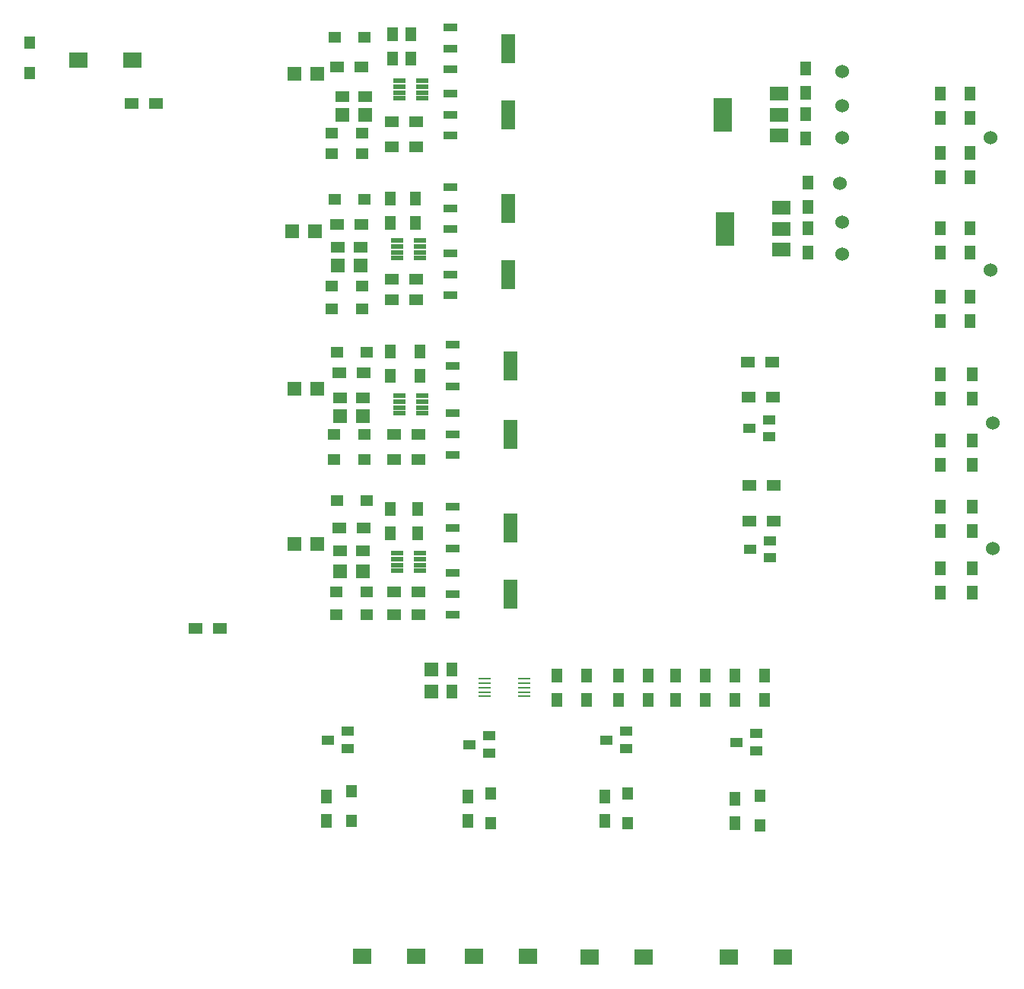
<source format=gbr>
G04 #@! TF.FileFunction,Paste,Top*
%FSLAX46Y46*%
G04 Gerber Fmt 4.6, Leading zero omitted, Abs format (unit mm)*
G04 Created by KiCad (PCBNEW 4.0.7) date 11/06/17 02:09:46*
%MOMM*%
%LPD*%
G01*
G04 APERTURE LIST*
%ADD10C,0.100000*%
%ADD11R,1.500000X1.250000*%
%ADD12R,1.250000X1.500000*%
%ADD13R,1.300000X1.500000*%
%ADD14R,1.350000X1.200000*%
%ADD15R,1.200000X1.350000*%
%ADD16R,2.000000X3.800000*%
%ADD17R,2.000000X1.500000*%
%ADD18R,1.400000X1.000000*%
%ADD19R,1.625600X0.889000*%
%ADD20R,1.625600X3.175000*%
%ADD21R,1.500000X1.300000*%
%ADD22C,1.524000*%
%ADD23R,1.320800X0.508000*%
%ADD24R,1.422400X0.279400*%
%ADD25R,2.000000X1.800000*%
%ADD26R,1.500000X1.500000*%
G04 APERTURE END LIST*
D10*
D11*
X87396000Y-33020000D03*
X89896000Y-33020000D03*
X86888000Y-49784000D03*
X89388000Y-49784000D03*
X87142000Y-66548000D03*
X89642000Y-66548000D03*
X87142000Y-83566000D03*
X89642000Y-83566000D03*
D12*
X99568000Y-99294000D03*
X99568000Y-96794000D03*
D13*
X157226000Y-35386000D03*
X157226000Y-32686000D03*
X157226000Y-50372000D03*
X157226000Y-47672000D03*
X157480000Y-66628000D03*
X157480000Y-63928000D03*
X157480000Y-81360000D03*
X157480000Y-78660000D03*
X157226000Y-41990000D03*
X157226000Y-39290000D03*
X157226000Y-57992000D03*
X157226000Y-55292000D03*
X157480000Y-73994000D03*
X157480000Y-71294000D03*
X157480000Y-88218000D03*
X157480000Y-85518000D03*
D14*
X86184000Y-37084000D03*
X89534000Y-37084000D03*
X86184000Y-54102000D03*
X89534000Y-54102000D03*
X86438000Y-70612000D03*
X89788000Y-70612000D03*
X86692000Y-88138000D03*
X90042000Y-88138000D03*
D15*
X88392000Y-110314000D03*
X88392000Y-113664000D03*
X103886000Y-110568000D03*
X103886000Y-113918000D03*
X119126000Y-110568000D03*
X119126000Y-113918000D03*
X133858000Y-110822000D03*
X133858000Y-114172000D03*
X52578000Y-30402000D03*
X52578000Y-27052000D03*
D14*
X89838000Y-26416000D03*
X86488000Y-26416000D03*
X89838000Y-44450000D03*
X86488000Y-44450000D03*
X90092000Y-61468000D03*
X86742000Y-61468000D03*
X90092000Y-77978000D03*
X86742000Y-77978000D03*
D16*
X129692000Y-35052000D03*
D17*
X135992000Y-35052000D03*
X135992000Y-32752000D03*
X135992000Y-37352000D03*
D16*
X129946000Y-47752000D03*
D17*
X136246000Y-47752000D03*
X136246000Y-45452000D03*
X136246000Y-50052000D03*
D18*
X132631000Y-69977000D03*
X134831000Y-69027000D03*
X134831000Y-70927000D03*
X132758000Y-83439000D03*
X134958000Y-82489000D03*
X134958000Y-84389000D03*
D19*
X99415600Y-32740600D03*
X99415600Y-35052000D03*
X99415600Y-37363400D03*
D20*
X105816400Y-35052000D03*
D19*
X99415600Y-50520600D03*
X99415600Y-52832000D03*
X99415600Y-55143400D03*
D20*
X105816400Y-52832000D03*
D19*
X99415600Y-25374600D03*
X99415600Y-27686000D03*
X99415600Y-29997400D03*
D20*
X105816400Y-27686000D03*
D19*
X99415600Y-43154600D03*
X99415600Y-45466000D03*
X99415600Y-47777400D03*
D20*
X105816400Y-45466000D03*
D19*
X99669600Y-68300600D03*
X99669600Y-70612000D03*
X99669600Y-72923400D03*
D20*
X106070400Y-70612000D03*
D19*
X99669600Y-86080600D03*
X99669600Y-88392000D03*
X99669600Y-90703400D03*
D20*
X106070400Y-88392000D03*
D19*
X99669600Y-60680600D03*
X99669600Y-62992000D03*
X99669600Y-65303400D03*
D20*
X106070400Y-62992000D03*
D19*
X99669600Y-78714600D03*
X99669600Y-81026000D03*
X99669600Y-83337400D03*
D20*
X106070400Y-81026000D03*
D18*
X85768000Y-104648000D03*
X87968000Y-103698000D03*
X87968000Y-105598000D03*
X101516000Y-105156000D03*
X103716000Y-104206000D03*
X103716000Y-106106000D03*
X116756000Y-104648000D03*
X118956000Y-103698000D03*
X118956000Y-105598000D03*
X131234000Y-104902000D03*
X133434000Y-103952000D03*
X133434000Y-105852000D03*
D13*
X153924000Y-32686000D03*
X153924000Y-35386000D03*
X153924000Y-47672000D03*
X153924000Y-50372000D03*
X153924000Y-63928000D03*
X153924000Y-66628000D03*
X153924000Y-78660000D03*
X153924000Y-81360000D03*
X153924000Y-39290000D03*
X153924000Y-41990000D03*
X153924000Y-55292000D03*
X153924000Y-57992000D03*
X153924000Y-71294000D03*
X153924000Y-73994000D03*
X153924000Y-85518000D03*
X153924000Y-88218000D03*
X138938000Y-37672000D03*
X138938000Y-34972000D03*
X138938000Y-29892000D03*
X138938000Y-32592000D03*
X139192000Y-50372000D03*
X139192000Y-47672000D03*
X139192000Y-42592000D03*
X139192000Y-45292000D03*
D21*
X135208000Y-62611000D03*
X132508000Y-62611000D03*
X132571500Y-66459100D03*
X135271500Y-66459100D03*
X135335000Y-76327000D03*
X132635000Y-76327000D03*
X132635000Y-80264000D03*
X135335000Y-80264000D03*
X71040000Y-92202000D03*
X73740000Y-92202000D03*
X92884000Y-35814000D03*
X95584000Y-35814000D03*
X92884000Y-53340000D03*
X95584000Y-53340000D03*
X89488000Y-29718000D03*
X86788000Y-29718000D03*
X89488000Y-47244000D03*
X86788000Y-47244000D03*
D13*
X92964000Y-28782000D03*
X92964000Y-26082000D03*
X92710000Y-47070000D03*
X92710000Y-44370000D03*
X94996000Y-28782000D03*
X94996000Y-26082000D03*
X95504000Y-47070000D03*
X95504000Y-44370000D03*
D21*
X93138000Y-70612000D03*
X95838000Y-70612000D03*
X93138000Y-88138000D03*
X95838000Y-88138000D03*
X89742000Y-63754000D03*
X87042000Y-63754000D03*
X89742000Y-81026000D03*
X87042000Y-81026000D03*
D13*
X92710000Y-64088000D03*
X92710000Y-61388000D03*
X92710000Y-81614000D03*
X92710000Y-78914000D03*
X96012000Y-64088000D03*
X96012000Y-61388000D03*
X95758000Y-81614000D03*
X95758000Y-78914000D03*
X85598000Y-113618000D03*
X85598000Y-110918000D03*
X101346000Y-113618000D03*
X101346000Y-110918000D03*
X116586000Y-113618000D03*
X116586000Y-110918000D03*
X131064000Y-113872000D03*
X131064000Y-111172000D03*
X111252000Y-97456000D03*
X111252000Y-100156000D03*
X118110000Y-97456000D03*
X118110000Y-100156000D03*
X134366000Y-97456000D03*
X134366000Y-100156000D03*
X124460000Y-97456000D03*
X124460000Y-100156000D03*
X114554000Y-100156000D03*
X114554000Y-97456000D03*
X121412000Y-100156000D03*
X121412000Y-97456000D03*
X131064000Y-100156000D03*
X131064000Y-97456000D03*
X127762000Y-100156000D03*
X127762000Y-97456000D03*
D22*
X159512000Y-37592000D03*
X159512000Y-52324000D03*
X159766000Y-69342000D03*
X159766000Y-83312000D03*
X143002000Y-37592000D03*
X143002000Y-50546000D03*
X143002000Y-34036000D03*
X143002000Y-30226000D03*
X143002000Y-46990000D03*
X142748000Y-42672000D03*
D23*
X93726000Y-31292800D03*
X93726000Y-31927800D03*
X93726000Y-32588200D03*
X93726000Y-33223200D03*
X96266000Y-33223200D03*
X96266000Y-32588200D03*
X96266000Y-31927800D03*
X96266000Y-31292800D03*
X93472000Y-49072800D03*
X93472000Y-49707800D03*
X93472000Y-50368200D03*
X93472000Y-51003200D03*
X96012000Y-51003200D03*
X96012000Y-50368200D03*
X96012000Y-49707800D03*
X96012000Y-49072800D03*
X93726000Y-66344800D03*
X93726000Y-66979800D03*
X93726000Y-67640200D03*
X93726000Y-68275200D03*
X96266000Y-68275200D03*
X96266000Y-67640200D03*
X96266000Y-66979800D03*
X96266000Y-66344800D03*
X93472000Y-83870800D03*
X93472000Y-84505800D03*
X93472000Y-85166200D03*
X93472000Y-85801200D03*
X96012000Y-85801200D03*
X96012000Y-85166200D03*
X96012000Y-84505800D03*
X96012000Y-83870800D03*
D24*
X107594400Y-99796600D03*
X107594400Y-99314000D03*
X107594400Y-98806000D03*
X107594400Y-98298000D03*
X107594400Y-97815400D03*
X103225600Y-97815400D03*
X103225600Y-98298000D03*
X103225600Y-98806000D03*
X103225600Y-99314000D03*
X103225600Y-99796600D03*
D14*
X86184000Y-39370000D03*
X89534000Y-39370000D03*
X86184000Y-56642000D03*
X89534000Y-56642000D03*
X86438000Y-73406000D03*
X89788000Y-73406000D03*
X86692000Y-90678000D03*
X90042000Y-90678000D03*
D21*
X92884000Y-38608000D03*
X95584000Y-38608000D03*
X92884000Y-55626000D03*
X95584000Y-55626000D03*
X93138000Y-73406000D03*
X95838000Y-73406000D03*
X93138000Y-90678000D03*
X95838000Y-90678000D03*
D25*
X114856000Y-128841500D03*
X120856000Y-128841500D03*
X89583000Y-128714500D03*
X95583000Y-128714500D03*
X102029000Y-128714500D03*
X108029000Y-128714500D03*
X130350000Y-128841500D03*
X136350000Y-128841500D03*
X57960000Y-28956000D03*
X63960000Y-28956000D03*
D26*
X87396000Y-35052000D03*
X89896000Y-35052000D03*
X86888000Y-51816000D03*
X89388000Y-51816000D03*
X87142000Y-68580000D03*
X89642000Y-68580000D03*
X87142000Y-85852000D03*
X89642000Y-85852000D03*
X97282000Y-96794000D03*
X97282000Y-99294000D03*
D21*
X63928000Y-33782000D03*
X66628000Y-33782000D03*
D26*
X84562000Y-30480000D03*
X82062000Y-30480000D03*
X84308000Y-48006000D03*
X81808000Y-48006000D03*
X84562000Y-65532000D03*
X82062000Y-65532000D03*
X84562000Y-82804000D03*
X82062000Y-82804000D03*
M02*

</source>
